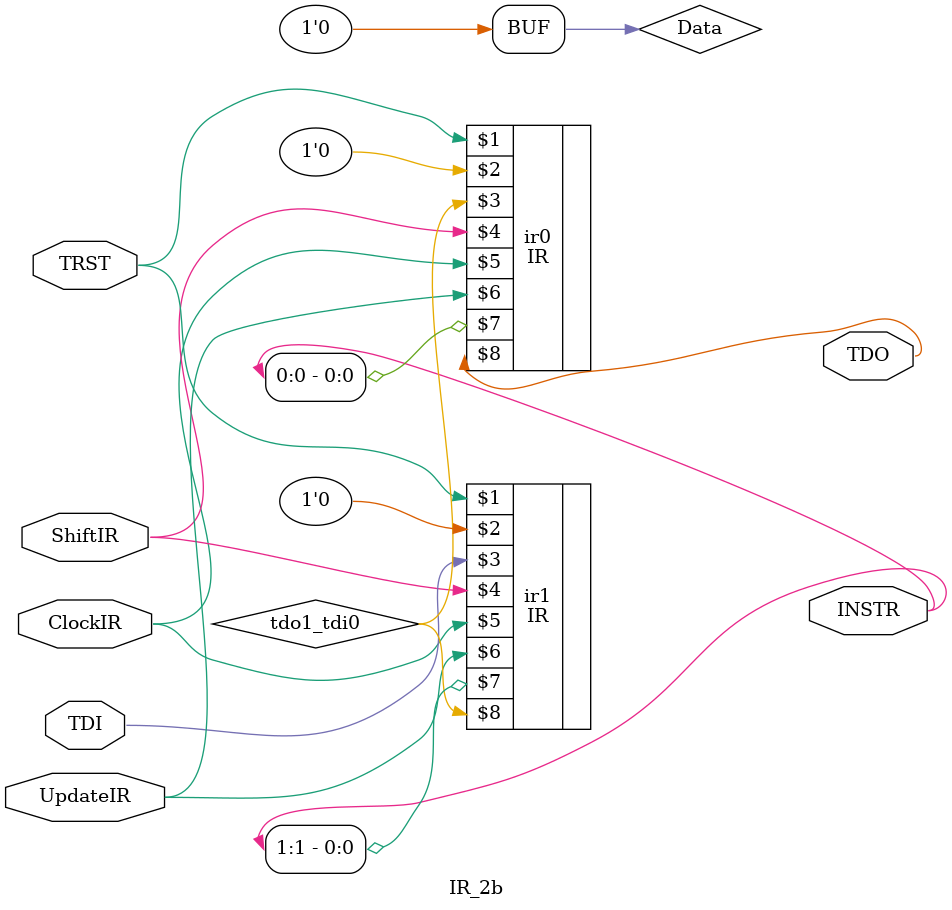
<source format=v>
module IR_2b(TRST,TDI,ShiftIR,ClockIR,UpdateIR,TDO,INSTR);
	// declaration of necessary ports for 2bit IR
	input TRST,TDI,ShiftIR,ClockIR,UpdateIR;
	output TDO;
	output[1:0] INSTR;
	// wire to connect ir0 with ir1
	wire tdo1_tdi0;
	wire Data;
	// data BUS is not needed
	assign Data=0;
	// wiring up ir modules
	IR ir1(TRST,Data, TDI, ShiftIR, ClockIR, UpdateIR, INSTR[1], tdo1_tdi0);
	IR ir0(TRST,Data, tdo1_tdi0, ShiftIR, ClockIR, UpdateIR, INSTR[0], TDO);
endmodule
</source>
